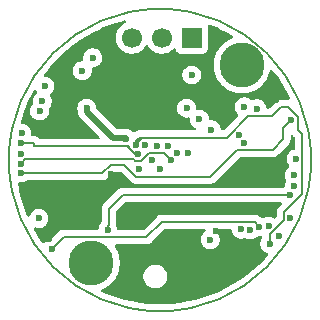
<source format=gbr>
%TF.GenerationSoftware,KiCad,Pcbnew,9.0.4*%
%TF.CreationDate,2025-10-05T00:11:34-04:00*%
%TF.ProjectId,bldc motor controller,626c6463-206d-46f7-946f-7220636f6e74,rev?*%
%TF.SameCoordinates,Original*%
%TF.FileFunction,Copper,L3,Inr*%
%TF.FilePolarity,Positive*%
%FSLAX46Y46*%
G04 Gerber Fmt 4.6, Leading zero omitted, Abs format (unit mm)*
G04 Created by KiCad (PCBNEW 9.0.4) date 2025-10-05 00:11:34*
%MOMM*%
%LPD*%
G01*
G04 APERTURE LIST*
%TA.AperFunction,NonConductor*%
%ADD10C,0.200000*%
%TD*%
%TA.AperFunction,ComponentPad*%
%ADD11C,1.700000*%
%TD*%
%TA.AperFunction,ComponentPad*%
%ADD12R,1.700000X1.700000*%
%TD*%
%TA.AperFunction,ComponentPad*%
%ADD13C,3.800000*%
%TD*%
%TA.AperFunction,ViaPad*%
%ADD14C,0.600000*%
%TD*%
%TA.AperFunction,Conductor*%
%ADD15C,0.200000*%
%TD*%
%TA.AperFunction,Conductor*%
%ADD16C,0.500000*%
%TD*%
G04 APERTURE END LIST*
D10*
X155099707Y-87900000D02*
G75*
G02*
X129500293Y-87900000I-12799707J0D01*
G01*
X129500293Y-87900000D02*
G75*
G02*
X155099707Y-87900000I12799707J0D01*
G01*
D11*
%TO.N,PHASE-C*%
%TO.C,U8*%
X139910000Y-77550000D03*
%TO.N,PHASE-B*%
X142450000Y-77550000D03*
D12*
%TO.N,PHASE-A*%
X144990000Y-77550000D03*
%TD*%
D13*
%TO.N,N/C*%
%TO.C,REF\u002A\u002A*%
X149250000Y-79850000D03*
%TD*%
%TO.N,N/C*%
%TO.C,REF\u002A\u002A*%
X136500000Y-96600000D03*
%TD*%
D14*
%TO.N,TI_AGND*%
X147052917Y-93897083D03*
X139550000Y-92650000D03*
%TO.N,SOB*%
X137874000Y-93851000D03*
%TO.N,TIM1_CH3N*%
X153412018Y-84537980D03*
%TO.N,TI_VREF*%
X145000062Y-80700062D03*
%TO.N,I-LIMIT*%
X135726910Y-80350000D03*
%TO.N,SCL1*%
X144550000Y-83500000D03*
%TO.N,TI_FAULT*%
X153818419Y-87800000D03*
%TO.N,CAN_RX*%
X144634828Y-87343799D03*
%TO.N,CAN_TX*%
X143770762Y-87328263D03*
%TO.N,SCL1*%
X149010487Y-85781545D03*
%TO.N,TIM1_CH1N*%
X149952231Y-93817943D03*
%TO.N,SOC*%
X150705514Y-93540000D03*
%TO.N,MOSI1*%
X149450000Y-86450000D03*
%TO.N,UART_TX*%
X153300000Y-92800000D03*
%TO.N,SOA*%
X153678553Y-90127028D03*
%TO.N,TI_VREF*%
X146552917Y-94650000D03*
%TO.N,SCK1*%
X151505374Y-93525002D03*
%TO.N,TI_AGND*%
X152150000Y-82850000D03*
%TO.N,UART_TX*%
X146634998Y-85334785D03*
%TO.N,UART_RX*%
X145640287Y-84443115D03*
X152373265Y-94355583D03*
%TO.N,NSS1*%
X151600000Y-95000000D03*
%TO.N,Reset*%
X153649369Y-89199928D03*
%TO.N,SOB*%
X153328641Y-90846446D03*
%TO.N,TIM1_CH2N*%
X149155514Y-93745514D03*
%TO.N,TI_AGND*%
X148715544Y-96357772D03*
X143037103Y-83361483D03*
%TO.N,+BATT*%
X136100000Y-83536217D03*
%TO.N,SOC*%
X133150000Y-95400000D03*
%TO.N,+BATT*%
X139450000Y-86089416D03*
%TO.N,I-LIMIT*%
X141624555Y-87926974D03*
%TO.N,TI_AVDD*%
X140550001Y-88702000D03*
%TO.N,TIM1_CH2*%
X140469778Y-87369221D03*
%TO.N,TI_VREF*%
X132049000Y-92850000D03*
%TO.N,TI_AGND*%
X132900000Y-94600000D03*
%TO.N,TIM1_CH3*%
X143200000Y-87900000D03*
%TO.N,TI_AVDD*%
X132325680Y-82924320D03*
%TO.N,TIM1_CH1*%
X142301000Y-88700000D03*
X132100000Y-83749750D03*
%TO.N,TI_AGND*%
X138156663Y-89114877D03*
%TO.N,TIM1_CH3N*%
X130549750Y-89000000D03*
%TO.N,TIM1_CH1N*%
X130599750Y-85650000D03*
%TO.N,TIM1_CH3*%
X130549750Y-88200000D03*
%TO.N,TIM1_CH2*%
X130549750Y-86500000D03*
%TO.N,SCK1*%
X141050000Y-86600000D03*
%TO.N,MISO1*%
X142050000Y-86725974D03*
%TO.N,MOSI1*%
X143000000Y-86700000D03*
%TO.N,TI_FAULT*%
X132560290Y-81654050D03*
%TO.N,TIM1_CH2N*%
X130549750Y-87350000D03*
%TO.N,NSS1*%
X140249997Y-86600000D03*
%TO.N,BOOT0*%
X150500000Y-83550000D03*
%TO.N,MISO1*%
X149450000Y-83400000D03*
%TO.N,TI_AGND*%
X136600000Y-78000000D03*
%TO.N,TI_AVDD*%
X136600000Y-79249000D03*
%TD*%
D15*
%TO.N,NSS1*%
X152799000Y-92301000D02*
X154319419Y-90780581D01*
X154319419Y-90780581D02*
X154319419Y-85719419D01*
X154319419Y-85719419D02*
X153950000Y-85350000D01*
X153950000Y-84227432D02*
X153110255Y-83387688D01*
X153110255Y-83387688D02*
X152562312Y-83387688D01*
X152562312Y-83387688D02*
X151799000Y-84151000D01*
X151799000Y-84151000D02*
X149791089Y-84151000D01*
X153950000Y-85350000D02*
X153950000Y-84227432D01*
X149791089Y-84151000D02*
X147943089Y-85999000D01*
X147943089Y-85999000D02*
X140801057Y-85999000D01*
X140801057Y-85999000D02*
X140249997Y-86550060D01*
X140249997Y-86550060D02*
X140249997Y-86600000D01*
%TO.N,TI_AGND*%
X147052917Y-93897083D02*
X148715544Y-95559710D01*
X148715544Y-95559710D02*
X148715544Y-96357772D01*
%TO.N,SOB*%
X137874000Y-93851000D02*
X137874000Y-93436000D01*
X137950000Y-93360000D02*
X137950000Y-92037315D01*
X137874000Y-93436000D02*
X137950000Y-93360000D01*
X137950000Y-92037315D02*
X139140869Y-90846446D01*
X139140869Y-90846446D02*
X153328641Y-90846446D01*
%TO.N,TIM1_CH3N*%
X148799000Y-87051000D02*
X146547000Y-89303000D01*
X152750000Y-86150000D02*
X151849000Y-87051000D01*
X139281301Y-88283243D02*
X138138354Y-88283243D01*
X137421597Y-89000000D02*
X130549750Y-89000000D01*
X153412018Y-84537980D02*
X152750000Y-85199998D01*
X152750000Y-85199998D02*
X152750000Y-86150000D01*
X146547000Y-89303000D02*
X140301058Y-89303000D01*
X151849000Y-87051000D02*
X148799000Y-87051000D01*
X140301058Y-89303000D02*
X139281301Y-88283243D01*
X138138354Y-88283243D02*
X137421597Y-89000000D01*
D16*
%TO.N,+BATT*%
X139450000Y-86089416D02*
X139450000Y-86066827D01*
X139450000Y-86066827D02*
X139383173Y-86000000D01*
X138300000Y-86000000D02*
X136100000Y-83800000D01*
X139383173Y-86000000D02*
X138300000Y-86000000D01*
X136100000Y-83800000D02*
X136100000Y-83536217D01*
D15*
%TO.N,TIM1_CH3*%
X141375612Y-87325974D02*
X140731365Y-87970221D01*
X130901750Y-87848000D02*
X130549750Y-88200000D01*
X142625974Y-87325974D02*
X141375612Y-87325974D01*
X140220835Y-87970221D02*
X140098614Y-87848000D01*
X143200000Y-87900000D02*
X142625974Y-87325974D01*
X140731365Y-87970221D02*
X140220835Y-87970221D01*
X140098614Y-87848000D02*
X130901750Y-87848000D01*
%TO.N,TIM1_CH2*%
X140469778Y-87369221D02*
X140169275Y-87369221D01*
X140169275Y-87369221D02*
X139600557Y-86800503D01*
X139600557Y-86800503D02*
X139600557Y-86750000D01*
X139648997Y-86798440D02*
X139600557Y-86750000D01*
X139600557Y-86750000D02*
X131650750Y-86750000D01*
X131650750Y-86750000D02*
X131650750Y-86500000D01*
X131650750Y-86500000D02*
X130549750Y-86500000D01*
%TO.N,NSS1*%
X141950943Y-85999000D02*
X140551057Y-85999000D01*
X140249997Y-86300060D02*
X140249997Y-86600000D01*
X140551057Y-85999000D02*
X140249997Y-86300060D01*
%TO.N,SOC*%
X137159057Y-94399000D02*
X137211057Y-94451000D01*
X137211057Y-94451000D02*
X141131900Y-94451000D01*
X134151000Y-94399000D02*
X137159057Y-94399000D01*
X141131900Y-94451000D02*
X142438386Y-93144514D01*
X133150000Y-95400000D02*
X134151000Y-94399000D01*
X142438386Y-93144514D02*
X150310028Y-93144514D01*
X150310028Y-93144514D02*
X150705514Y-93540000D01*
%TO.N,NSS1*%
X151600000Y-95000000D02*
X151600000Y-94138897D01*
X151600000Y-94138897D02*
X152799000Y-92939897D01*
X152799000Y-92939897D02*
X152799000Y-92301000D01*
%TD*%
%TA.AperFunction,Conductor*%
%TO.N,TI_AGND*%
G36*
X146124727Y-93764699D02*
G01*
X146170482Y-93817503D01*
X146180426Y-93886661D01*
X146151401Y-93950217D01*
X146126579Y-93972116D01*
X146042628Y-94028210D01*
X146042624Y-94028213D01*
X145931130Y-94139707D01*
X145931127Y-94139711D01*
X145843526Y-94270814D01*
X145843519Y-94270827D01*
X145783181Y-94416498D01*
X145783178Y-94416510D01*
X145752417Y-94571153D01*
X145752417Y-94728846D01*
X145783178Y-94883489D01*
X145783181Y-94883501D01*
X145843519Y-95029172D01*
X145843526Y-95029185D01*
X145931127Y-95160288D01*
X145931130Y-95160292D01*
X146042624Y-95271786D01*
X146042628Y-95271789D01*
X146173731Y-95359390D01*
X146173744Y-95359397D01*
X146307163Y-95414660D01*
X146319420Y-95419737D01*
X146406232Y-95437005D01*
X146474070Y-95450499D01*
X146474073Y-95450500D01*
X146474075Y-95450500D01*
X146631761Y-95450500D01*
X146631762Y-95450499D01*
X146786414Y-95419737D01*
X146932096Y-95359394D01*
X147063206Y-95271789D01*
X147174706Y-95160289D01*
X147262311Y-95029179D01*
X147322654Y-94883497D01*
X147353417Y-94728842D01*
X147353417Y-94571158D01*
X147353417Y-94571155D01*
X147353416Y-94571153D01*
X147352277Y-94565425D01*
X147322654Y-94416503D01*
X147302274Y-94367300D01*
X147262314Y-94270827D01*
X147262307Y-94270814D01*
X147174706Y-94139711D01*
X147174703Y-94139707D01*
X147063209Y-94028213D01*
X147063205Y-94028210D01*
X146979255Y-93972116D01*
X146934450Y-93918504D01*
X146925743Y-93849179D01*
X146955898Y-93786151D01*
X147015341Y-93749432D01*
X147048146Y-93745014D01*
X148237468Y-93745014D01*
X148304507Y-93764699D01*
X148350262Y-93817503D01*
X148359085Y-93844823D01*
X148385775Y-93979003D01*
X148385778Y-93979015D01*
X148446116Y-94124686D01*
X148446123Y-94124699D01*
X148533724Y-94255802D01*
X148533727Y-94255806D01*
X148645221Y-94367300D01*
X148645225Y-94367303D01*
X148776328Y-94454904D01*
X148776341Y-94454911D01*
X148920293Y-94514537D01*
X148922017Y-94515251D01*
X149076667Y-94546013D01*
X149076670Y-94546014D01*
X149076672Y-94546014D01*
X149234358Y-94546014D01*
X149234359Y-94546013D01*
X149389011Y-94515251D01*
X149430221Y-94498180D01*
X149499688Y-94490711D01*
X149546566Y-94509640D01*
X149573043Y-94527332D01*
X149573058Y-94527340D01*
X149678846Y-94571158D01*
X149718734Y-94587680D01*
X149873384Y-94618442D01*
X149873387Y-94618443D01*
X149873389Y-94618443D01*
X150031075Y-94618443D01*
X150031076Y-94618442D01*
X150185728Y-94587680D01*
X150331410Y-94527337D01*
X150462520Y-94439732D01*
X150526104Y-94376147D01*
X150587424Y-94342664D01*
X150608278Y-94339952D01*
X150621061Y-94339383D01*
X150626672Y-94340500D01*
X150784356Y-94340500D01*
X150838556Y-94329718D01*
X150847982Y-94329300D01*
X150873113Y-94335481D01*
X150898886Y-94337788D01*
X150906484Y-94343690D01*
X150915829Y-94345989D01*
X150933626Y-94364774D01*
X150954064Y-94380650D01*
X150957265Y-94389725D01*
X150963883Y-94396710D01*
X150968698Y-94422130D01*
X150977309Y-94446540D01*
X150975096Y-94455904D01*
X150976887Y-94465359D01*
X150967193Y-94489349D01*
X150961242Y-94514537D01*
X150956589Y-94522069D01*
X150890609Y-94620814D01*
X150890602Y-94620827D01*
X150830264Y-94766498D01*
X150830261Y-94766510D01*
X150799500Y-94921153D01*
X150799500Y-95078846D01*
X150830261Y-95233489D01*
X150830264Y-95233501D01*
X150890602Y-95379172D01*
X150890609Y-95379185D01*
X150978210Y-95510288D01*
X150978213Y-95510292D01*
X151089707Y-95621786D01*
X151089711Y-95621789D01*
X151220814Y-95709390D01*
X151220827Y-95709397D01*
X151366498Y-95769735D01*
X151366503Y-95769737D01*
X151369995Y-95770431D01*
X151371654Y-95771299D01*
X151372335Y-95771506D01*
X151372295Y-95771635D01*
X151431905Y-95802816D01*
X151466480Y-95863531D01*
X151462741Y-95933301D01*
X151438264Y-95974676D01*
X151166990Y-96278232D01*
X151162211Y-96283286D01*
X150683286Y-96762211D01*
X150678232Y-96766990D01*
X150173178Y-97218334D01*
X150167864Y-97222821D01*
X149638314Y-97645123D01*
X149632756Y-97649306D01*
X149080352Y-98041257D01*
X149074569Y-98045121D01*
X148501061Y-98405479D01*
X148495070Y-98409013D01*
X147902257Y-98736650D01*
X147896078Y-98739842D01*
X147285830Y-99033722D01*
X147279481Y-99036563D01*
X146653723Y-99295760D01*
X146647225Y-99298240D01*
X146007895Y-99521952D01*
X146001268Y-99524065D01*
X145350412Y-99711573D01*
X145343677Y-99713310D01*
X144683339Y-99864028D01*
X144676517Y-99865385D01*
X144008755Y-99978843D01*
X144001867Y-99979815D01*
X143328813Y-100055649D01*
X143321883Y-100056234D01*
X142645614Y-100094213D01*
X142638661Y-100094408D01*
X141961339Y-100094408D01*
X141954386Y-100094213D01*
X141278116Y-100056234D01*
X141271186Y-100055649D01*
X140598132Y-99979815D01*
X140591244Y-99978843D01*
X139923482Y-99865385D01*
X139916660Y-99864028D01*
X139256322Y-99713310D01*
X139249587Y-99711573D01*
X138598731Y-99524065D01*
X138592104Y-99521952D01*
X137952774Y-99298240D01*
X137946276Y-99295760D01*
X137384472Y-99063054D01*
X137330069Y-99019213D01*
X137308004Y-98952919D01*
X137325283Y-98885220D01*
X137376420Y-98837609D01*
X137390958Y-98831456D01*
X137420079Y-98821267D01*
X137662997Y-98704284D01*
X137891289Y-98560838D01*
X138102085Y-98392734D01*
X138292734Y-98202085D01*
X138460838Y-97991289D01*
X138550532Y-97848543D01*
X140899499Y-97848543D01*
X140937947Y-98041829D01*
X140937950Y-98041839D01*
X141013364Y-98223907D01*
X141013371Y-98223920D01*
X141122860Y-98387781D01*
X141122863Y-98387785D01*
X141262214Y-98527136D01*
X141262218Y-98527139D01*
X141426079Y-98636628D01*
X141426092Y-98636635D01*
X141589416Y-98704285D01*
X141608165Y-98712051D01*
X141608169Y-98712051D01*
X141608170Y-98712052D01*
X141801456Y-98750500D01*
X141801459Y-98750500D01*
X141998543Y-98750500D01*
X142128582Y-98724632D01*
X142191835Y-98712051D01*
X142373914Y-98636632D01*
X142537782Y-98527139D01*
X142677139Y-98387782D01*
X142786632Y-98223914D01*
X142862051Y-98041835D01*
X142900500Y-97848541D01*
X142900500Y-97651459D01*
X142900500Y-97651456D01*
X142862052Y-97458170D01*
X142862051Y-97458169D01*
X142862051Y-97458165D01*
X142795012Y-97296317D01*
X142786635Y-97276092D01*
X142786628Y-97276079D01*
X142677139Y-97112218D01*
X142677136Y-97112214D01*
X142537785Y-96972863D01*
X142537781Y-96972860D01*
X142373920Y-96863371D01*
X142373907Y-96863364D01*
X142191839Y-96787950D01*
X142191829Y-96787947D01*
X141998543Y-96749500D01*
X141998541Y-96749500D01*
X141801459Y-96749500D01*
X141801457Y-96749500D01*
X141608170Y-96787947D01*
X141608160Y-96787950D01*
X141426092Y-96863364D01*
X141426079Y-96863371D01*
X141262218Y-96972860D01*
X141262214Y-96972863D01*
X141122863Y-97112214D01*
X141122860Y-97112218D01*
X141013371Y-97276079D01*
X141013364Y-97276092D01*
X140937950Y-97458160D01*
X140937947Y-97458170D01*
X140899500Y-97651456D01*
X140899500Y-97651459D01*
X140899500Y-97848541D01*
X140899500Y-97848543D01*
X140899499Y-97848543D01*
X138550532Y-97848543D01*
X138604284Y-97762997D01*
X138721267Y-97520079D01*
X138810316Y-97265591D01*
X138870312Y-97002732D01*
X138900500Y-96734809D01*
X138900500Y-96465191D01*
X138870312Y-96197268D01*
X138810316Y-95934409D01*
X138721267Y-95679921D01*
X138604284Y-95437003D01*
X138481422Y-95241471D01*
X138462423Y-95174236D01*
X138482791Y-95107400D01*
X138536058Y-95062186D01*
X138586417Y-95051500D01*
X141045231Y-95051500D01*
X141045247Y-95051501D01*
X141052843Y-95051501D01*
X141210954Y-95051501D01*
X141210957Y-95051501D01*
X141363685Y-95010577D01*
X141453751Y-94958577D01*
X141500616Y-94931520D01*
X141612420Y-94819716D01*
X141612420Y-94819714D01*
X141622624Y-94809511D01*
X141622627Y-94809506D01*
X142650802Y-93781333D01*
X142712125Y-93747848D01*
X142738483Y-93745014D01*
X146057688Y-93745014D01*
X146124727Y-93764699D01*
G37*
%TD.AperFunction*%
%TA.AperFunction,Conductor*%
G36*
X153555703Y-85805385D02*
G01*
X153562181Y-85811417D01*
X153588349Y-85837585D01*
X153588355Y-85837590D01*
X153682600Y-85931835D01*
X153716085Y-85993158D01*
X153718919Y-86019516D01*
X153718919Y-86901845D01*
X153699234Y-86968884D01*
X153646430Y-87014639D01*
X153619110Y-87023462D01*
X153584929Y-87030261D01*
X153584917Y-87030264D01*
X153439246Y-87090602D01*
X153439233Y-87090609D01*
X153308130Y-87178210D01*
X153308126Y-87178213D01*
X153196632Y-87289707D01*
X153196629Y-87289711D01*
X153109028Y-87420814D01*
X153109021Y-87420827D01*
X153048683Y-87566498D01*
X153048680Y-87566510D01*
X153017919Y-87721153D01*
X153017919Y-87878846D01*
X153048680Y-88033489D01*
X153048683Y-88033501D01*
X153109021Y-88179172D01*
X153109028Y-88179185D01*
X153196629Y-88310288D01*
X153196632Y-88310292D01*
X153227302Y-88340962D01*
X153260787Y-88402285D01*
X153255803Y-88471977D01*
X153213931Y-88527910D01*
X153208512Y-88531745D01*
X153139080Y-88578138D01*
X153139076Y-88578141D01*
X153027582Y-88689635D01*
X153027579Y-88689639D01*
X152939978Y-88820742D01*
X152939971Y-88820755D01*
X152879633Y-88966426D01*
X152879630Y-88966438D01*
X152848869Y-89121081D01*
X152848869Y-89278774D01*
X152879630Y-89433417D01*
X152879633Y-89433429D01*
X152939971Y-89579099D01*
X152939977Y-89579110D01*
X152965007Y-89616570D01*
X152985884Y-89683247D01*
X152971266Y-89743906D01*
X152969159Y-89747848D01*
X152908817Y-89893526D01*
X152908814Y-89893538D01*
X152878053Y-90048181D01*
X152878053Y-90118486D01*
X152875816Y-90126100D01*
X152877087Y-90133937D01*
X152866112Y-90159149D01*
X152858368Y-90185525D01*
X152851659Y-90192354D01*
X152849202Y-90198001D01*
X152822946Y-90221587D01*
X152817768Y-90225047D01*
X152751091Y-90245926D01*
X152748875Y-90245946D01*
X139219926Y-90245946D01*
X139061812Y-90245946D01*
X138909084Y-90286869D01*
X138909083Y-90286869D01*
X138909081Y-90286870D01*
X138909078Y-90286871D01*
X138858965Y-90315805D01*
X138858964Y-90315806D01*
X138815558Y-90340866D01*
X138772154Y-90365925D01*
X138772151Y-90365927D01*
X137469481Y-91668597D01*
X137469479Y-91668600D01*
X137419361Y-91755409D01*
X137419359Y-91755411D01*
X137390425Y-91805524D01*
X137390424Y-91805525D01*
X137386417Y-91820480D01*
X137349499Y-91958258D01*
X137349499Y-91958260D01*
X137349499Y-92126361D01*
X137349500Y-92126374D01*
X137349500Y-93110234D01*
X137341541Y-93153942D01*
X137337961Y-93163445D01*
X137314423Y-93204215D01*
X137294252Y-93279488D01*
X137292098Y-93285209D01*
X137279394Y-93302064D01*
X137263741Y-93329179D01*
X137252217Y-93340703D01*
X137252212Y-93340709D01*
X137164609Y-93471815D01*
X137164602Y-93471827D01*
X137104264Y-93617498D01*
X137104261Y-93617510D01*
X137088113Y-93698691D01*
X137055728Y-93760602D01*
X136995012Y-93795177D01*
X136966496Y-93798500D01*
X134237670Y-93798500D01*
X134237654Y-93798499D01*
X134230058Y-93798499D01*
X134071943Y-93798499D01*
X134012661Y-93814384D01*
X133919214Y-93839423D01*
X133919209Y-93839426D01*
X133782290Y-93918475D01*
X133782282Y-93918481D01*
X133135339Y-94565425D01*
X133074016Y-94598910D01*
X133071850Y-94599361D01*
X132916508Y-94630261D01*
X132916498Y-94630264D01*
X132770827Y-94690602D01*
X132770814Y-94690609D01*
X132639711Y-94778210D01*
X132639707Y-94778213D01*
X132528213Y-94889707D01*
X132528206Y-94889716D01*
X132521100Y-94900351D01*
X132467487Y-94945155D01*
X132398162Y-94953861D01*
X132335135Y-94923704D01*
X132316870Y-94903213D01*
X132314839Y-94900351D01*
X132158738Y-94680346D01*
X132154878Y-94674569D01*
X132127039Y-94630264D01*
X132007322Y-94439735D01*
X131794520Y-94101061D01*
X131790986Y-94095070D01*
X131641367Y-93824356D01*
X131614417Y-93775594D01*
X131599218Y-93707400D01*
X131623301Y-93641812D01*
X131679020Y-93599656D01*
X131748686Y-93594316D01*
X131770394Y-93601052D01*
X131815503Y-93619737D01*
X131926481Y-93641812D01*
X131970153Y-93650499D01*
X131970156Y-93650500D01*
X131970158Y-93650500D01*
X132127844Y-93650500D01*
X132127845Y-93650499D01*
X132282497Y-93619737D01*
X132428179Y-93559394D01*
X132559289Y-93471789D01*
X132670789Y-93360289D01*
X132758394Y-93229179D01*
X132818737Y-93083497D01*
X132849500Y-92928842D01*
X132849500Y-92771158D01*
X132849500Y-92771155D01*
X132849499Y-92771153D01*
X132836706Y-92706838D01*
X132818737Y-92616503D01*
X132805662Y-92584937D01*
X132758397Y-92470827D01*
X132758390Y-92470814D01*
X132670789Y-92339711D01*
X132670786Y-92339707D01*
X132559292Y-92228213D01*
X132559288Y-92228210D01*
X132428185Y-92140609D01*
X132428172Y-92140602D01*
X132282501Y-92080264D01*
X132282489Y-92080261D01*
X132127845Y-92049500D01*
X132127842Y-92049500D01*
X131970158Y-92049500D01*
X131970155Y-92049500D01*
X131815510Y-92080261D01*
X131815498Y-92080264D01*
X131669827Y-92140602D01*
X131669814Y-92140609D01*
X131538711Y-92228210D01*
X131538707Y-92228213D01*
X131427213Y-92339707D01*
X131427210Y-92339711D01*
X131339609Y-92470814D01*
X131339604Y-92470823D01*
X131281446Y-92611232D01*
X131237605Y-92665635D01*
X131171311Y-92687700D01*
X131103612Y-92670421D01*
X131056001Y-92619284D01*
X131052324Y-92611232D01*
X130904239Y-92253723D01*
X130901759Y-92247225D01*
X130678047Y-91607895D01*
X130675941Y-91601292D01*
X130488422Y-90950399D01*
X130486689Y-90943677D01*
X130343381Y-90315806D01*
X130335969Y-90283332D01*
X130334614Y-90276517D01*
X130329420Y-90245946D01*
X130276300Y-89933305D01*
X130284477Y-89863917D01*
X130328871Y-89809964D01*
X130395386Y-89788576D01*
X130422740Y-89790919D01*
X130470905Y-89800500D01*
X130470908Y-89800500D01*
X130628594Y-89800500D01*
X130628595Y-89800499D01*
X130783247Y-89769737D01*
X130928929Y-89709394D01*
X130991800Y-89667385D01*
X131060625Y-89621398D01*
X131127303Y-89600520D01*
X131129516Y-89600500D01*
X137334928Y-89600500D01*
X137334944Y-89600501D01*
X137342540Y-89600501D01*
X137500651Y-89600501D01*
X137500654Y-89600501D01*
X137653382Y-89559577D01*
X137703501Y-89530639D01*
X137790313Y-89480520D01*
X137902117Y-89368716D01*
X137902117Y-89368714D01*
X137912325Y-89358507D01*
X137912326Y-89358504D01*
X138350770Y-88920062D01*
X138412093Y-88886577D01*
X138438451Y-88883743D01*
X138981204Y-88883743D01*
X139048243Y-88903428D01*
X139068885Y-88920062D01*
X139816197Y-89667374D01*
X139816207Y-89667385D01*
X139820537Y-89671715D01*
X139820538Y-89671716D01*
X139932342Y-89783520D01*
X139998502Y-89821717D01*
X140069273Y-89862577D01*
X140222001Y-89903500D01*
X140380115Y-89903500D01*
X146460331Y-89903500D01*
X146460347Y-89903501D01*
X146467943Y-89903501D01*
X146626054Y-89903501D01*
X146626057Y-89903501D01*
X146778785Y-89862577D01*
X146849556Y-89821717D01*
X146915716Y-89783520D01*
X147027520Y-89671716D01*
X147027520Y-89671714D01*
X147037724Y-89661511D01*
X147037727Y-89661506D01*
X149011416Y-87687819D01*
X149072739Y-87654334D01*
X149099097Y-87651500D01*
X151762331Y-87651500D01*
X151762347Y-87651501D01*
X151769943Y-87651501D01*
X151928054Y-87651501D01*
X151928057Y-87651501D01*
X152080785Y-87610577D01*
X152138429Y-87577296D01*
X152217716Y-87531520D01*
X152329520Y-87419716D01*
X152329520Y-87419714D01*
X152339724Y-87409511D01*
X152339728Y-87409506D01*
X153108506Y-86640728D01*
X153108511Y-86640724D01*
X153118714Y-86630520D01*
X153118716Y-86630520D01*
X153230520Y-86518716D01*
X153309577Y-86381784D01*
X153350037Y-86230785D01*
X153350043Y-86230786D01*
X153350043Y-86230759D01*
X153350500Y-86229058D01*
X153350500Y-86070943D01*
X153350500Y-85899098D01*
X153370185Y-85832059D01*
X153422989Y-85786304D01*
X153492147Y-85776360D01*
X153555703Y-85805385D01*
G37*
%TD.AperFunction*%
%TA.AperFunction,Conductor*%
G36*
X152571495Y-91466631D02*
G01*
X152617250Y-91519435D01*
X152627194Y-91588593D01*
X152598169Y-91652149D01*
X152592137Y-91658627D01*
X152318481Y-91932282D01*
X152318480Y-91932284D01*
X152279673Y-91999500D01*
X152239423Y-92069215D01*
X152198499Y-92221943D01*
X152198499Y-92221945D01*
X152198499Y-92390046D01*
X152198500Y-92390059D01*
X152198500Y-92639799D01*
X152178815Y-92706838D01*
X152162181Y-92727481D01*
X152070108Y-92819553D01*
X152008784Y-92853037D01*
X151939093Y-92848053D01*
X151913537Y-92834973D01*
X151884564Y-92815614D01*
X151884546Y-92815604D01*
X151738875Y-92755266D01*
X151738863Y-92755263D01*
X151584219Y-92724502D01*
X151584216Y-92724502D01*
X151426532Y-92724502D01*
X151426529Y-92724502D01*
X151271884Y-92755263D01*
X151271872Y-92755266D01*
X151134792Y-92812046D01*
X151065322Y-92819515D01*
X151039889Y-92812047D01*
X150975945Y-92785561D01*
X150939011Y-92770263D01*
X150939009Y-92770262D01*
X150939005Y-92770261D01*
X150783665Y-92739362D01*
X150736784Y-92719355D01*
X150727869Y-92713119D01*
X150678744Y-92663994D01*
X150562519Y-92596892D01*
X150557855Y-92594199D01*
X150557852Y-92594197D01*
X150541814Y-92584937D01*
X150503631Y-92574706D01*
X150389085Y-92544013D01*
X150230971Y-92544013D01*
X150223375Y-92544013D01*
X150223359Y-92544014D01*
X142359328Y-92544014D01*
X142206600Y-92584937D01*
X142185897Y-92596891D01*
X142185894Y-92596892D01*
X142069676Y-92663989D01*
X142069668Y-92663995D01*
X142009162Y-92724502D01*
X141957866Y-92775798D01*
X141957864Y-92775800D01*
X141427976Y-93305689D01*
X140919484Y-93814181D01*
X140858161Y-93847666D01*
X140831803Y-93850500D01*
X138791848Y-93850500D01*
X138724809Y-93830815D01*
X138679054Y-93778011D01*
X138670231Y-93750692D01*
X138643738Y-93617508D01*
X138643737Y-93617507D01*
X138643737Y-93617503D01*
X138583394Y-93471821D01*
X138583371Y-93471786D01*
X138571397Y-93453865D01*
X138550520Y-93387188D01*
X138550500Y-93384976D01*
X138550500Y-92337412D01*
X138570185Y-92270373D01*
X138586819Y-92249731D01*
X139353285Y-91483265D01*
X139414608Y-91449780D01*
X139440966Y-91446946D01*
X152504456Y-91446946D01*
X152571495Y-91466631D01*
G37*
%TD.AperFunction*%
%TA.AperFunction,Conductor*%
G36*
X139349369Y-76085644D02*
G01*
X139405726Y-76126944D01*
X139430809Y-76192156D01*
X139416653Y-76260577D01*
X139367753Y-76310482D01*
X139363516Y-76312746D01*
X139202180Y-76394951D01*
X139030213Y-76519890D01*
X138879890Y-76670213D01*
X138754951Y-76842179D01*
X138658444Y-77031585D01*
X138592753Y-77233760D01*
X138584533Y-77285662D01*
X138559500Y-77443713D01*
X138559500Y-77656287D01*
X138592754Y-77866243D01*
X138654821Y-78057266D01*
X138658444Y-78068414D01*
X138754951Y-78257820D01*
X138879890Y-78429786D01*
X139030213Y-78580109D01*
X139202179Y-78705048D01*
X139202181Y-78705049D01*
X139202184Y-78705051D01*
X139391588Y-78801557D01*
X139593757Y-78867246D01*
X139803713Y-78900500D01*
X139803714Y-78900500D01*
X140016286Y-78900500D01*
X140016287Y-78900500D01*
X140226243Y-78867246D01*
X140428412Y-78801557D01*
X140617816Y-78705051D01*
X140704138Y-78642335D01*
X140789786Y-78580109D01*
X140789788Y-78580106D01*
X140789792Y-78580104D01*
X140940104Y-78429792D01*
X140940106Y-78429788D01*
X140940109Y-78429786D01*
X141065048Y-78257820D01*
X141065047Y-78257820D01*
X141065051Y-78257816D01*
X141069514Y-78249054D01*
X141117488Y-78198259D01*
X141185308Y-78181463D01*
X141251444Y-78203999D01*
X141290486Y-78249056D01*
X141294951Y-78257820D01*
X141419890Y-78429786D01*
X141570213Y-78580109D01*
X141742179Y-78705048D01*
X141742181Y-78705049D01*
X141742184Y-78705051D01*
X141931588Y-78801557D01*
X142133757Y-78867246D01*
X142343713Y-78900500D01*
X142343714Y-78900500D01*
X142556286Y-78900500D01*
X142556287Y-78900500D01*
X142766243Y-78867246D01*
X142968412Y-78801557D01*
X143157816Y-78705051D01*
X143264956Y-78627210D01*
X143329784Y-78580110D01*
X143329784Y-78580109D01*
X143329792Y-78580104D01*
X143443329Y-78466566D01*
X143504648Y-78433084D01*
X143574340Y-78438068D01*
X143630274Y-78479939D01*
X143647189Y-78510917D01*
X143696202Y-78642328D01*
X143696206Y-78642335D01*
X143782452Y-78757544D01*
X143782455Y-78757547D01*
X143897664Y-78843793D01*
X143897671Y-78843797D01*
X144032517Y-78894091D01*
X144032516Y-78894091D01*
X144039444Y-78894835D01*
X144092127Y-78900500D01*
X145887872Y-78900499D01*
X145947483Y-78894091D01*
X146082331Y-78843796D01*
X146197546Y-78757546D01*
X146283796Y-78642331D01*
X146334091Y-78507483D01*
X146340500Y-78447873D01*
X146340499Y-76652128D01*
X146334091Y-76592517D01*
X146333262Y-76584804D01*
X146334659Y-76584653D01*
X146331750Y-76577315D01*
X146336868Y-76551236D01*
X146338291Y-76524695D01*
X146343493Y-76517481D01*
X146345206Y-76508753D01*
X146363613Y-76489579D01*
X146379158Y-76468023D01*
X146387435Y-76464766D01*
X146393594Y-76458351D01*
X146419440Y-76452173D01*
X146444176Y-76442441D01*
X146454691Y-76443748D01*
X146461549Y-76442109D01*
X146496182Y-76448905D01*
X146612419Y-76489579D01*
X146647225Y-76501758D01*
X146653722Y-76504238D01*
X147279490Y-76763440D01*
X147285822Y-76766273D01*
X147896086Y-77060161D01*
X147902249Y-77063345D01*
X148451914Y-77367134D01*
X148501067Y-77416791D01*
X148515570Y-77485139D01*
X148490820Y-77550478D01*
X148434673Y-77592063D01*
X148432888Y-77592703D01*
X148329917Y-77628734D01*
X148087005Y-77745714D01*
X147858712Y-77889161D01*
X147647915Y-78057265D01*
X147457265Y-78247915D01*
X147289161Y-78458712D01*
X147145714Y-78687005D01*
X147028734Y-78929917D01*
X146939687Y-79184397D01*
X146939684Y-79184405D01*
X146879688Y-79447268D01*
X146879686Y-79447280D01*
X146849500Y-79715186D01*
X146849500Y-79984813D01*
X146879686Y-80252719D01*
X146879687Y-80252728D01*
X146879688Y-80252732D01*
X146883893Y-80271155D01*
X146939684Y-80515594D01*
X146939687Y-80515602D01*
X147028734Y-80770082D01*
X147145714Y-81012994D01*
X147145716Y-81012997D01*
X147289162Y-81241289D01*
X147457266Y-81452085D01*
X147647915Y-81642734D01*
X147858711Y-81810838D01*
X148087003Y-81954284D01*
X148329921Y-82071267D01*
X148495156Y-82129085D01*
X148584397Y-82160312D01*
X148584405Y-82160315D01*
X148584408Y-82160315D01*
X148584409Y-82160316D01*
X148847268Y-82220312D01*
X149115187Y-82250499D01*
X149115188Y-82250500D01*
X149115191Y-82250500D01*
X149384812Y-82250500D01*
X149384812Y-82250499D01*
X149652732Y-82220312D01*
X149915591Y-82160316D01*
X150170079Y-82071267D01*
X150412997Y-81954284D01*
X150641289Y-81810838D01*
X150852085Y-81642734D01*
X151042734Y-81452085D01*
X151210838Y-81241289D01*
X151354284Y-81012997D01*
X151471267Y-80770079D01*
X151560316Y-80515591D01*
X151602719Y-80329808D01*
X151636827Y-80268831D01*
X151698489Y-80235973D01*
X151768126Y-80241668D01*
X151820557Y-80280089D01*
X152045131Y-80561696D01*
X152049297Y-80567232D01*
X152336344Y-80971786D01*
X152441257Y-81119647D01*
X152445121Y-81125430D01*
X152805479Y-81698938D01*
X152809013Y-81704929D01*
X153136654Y-82297749D01*
X153139846Y-82303929D01*
X153286946Y-82609386D01*
X153287159Y-82610681D01*
X153288020Y-82611675D01*
X153292821Y-82645067D01*
X153298298Y-82678327D01*
X153297776Y-82679532D01*
X153297964Y-82680833D01*
X153283951Y-82711517D01*
X153270576Y-82742461D01*
X153269486Y-82743193D01*
X153268940Y-82744389D01*
X153240557Y-82762629D01*
X153212580Y-82781427D01*
X153210907Y-82781684D01*
X153210162Y-82782164D01*
X153175227Y-82787187D01*
X153031197Y-82787188D01*
X152483255Y-82787188D01*
X152330525Y-82828111D01*
X152300447Y-82845478D01*
X152300446Y-82845478D01*
X152193599Y-82907165D01*
X152193594Y-82907169D01*
X152081790Y-83018974D01*
X151586584Y-83514181D01*
X151559656Y-83528884D01*
X151533838Y-83545477D01*
X151527637Y-83546368D01*
X151525261Y-83547666D01*
X151498903Y-83550500D01*
X151418046Y-83550500D01*
X151351007Y-83530815D01*
X151305252Y-83478011D01*
X151296429Y-83450691D01*
X151269738Y-83316510D01*
X151269737Y-83316503D01*
X151264026Y-83302715D01*
X151209397Y-83170827D01*
X151209390Y-83170814D01*
X151121789Y-83039711D01*
X151121786Y-83039707D01*
X151010292Y-82928213D01*
X151010288Y-82928210D01*
X150879185Y-82840609D01*
X150879172Y-82840602D01*
X150733501Y-82780264D01*
X150733489Y-82780261D01*
X150578845Y-82749500D01*
X150578842Y-82749500D01*
X150421158Y-82749500D01*
X150421155Y-82749500D01*
X150266510Y-82780261D01*
X150266498Y-82780264D01*
X150127974Y-82837642D01*
X150058504Y-82845111D01*
X149996025Y-82813835D01*
X149992841Y-82810762D01*
X149960292Y-82778213D01*
X149960288Y-82778210D01*
X149829185Y-82690609D01*
X149829172Y-82690602D01*
X149683501Y-82630264D01*
X149683489Y-82630261D01*
X149528845Y-82599500D01*
X149528842Y-82599500D01*
X149371158Y-82599500D01*
X149371155Y-82599500D01*
X149216510Y-82630261D01*
X149216498Y-82630264D01*
X149070827Y-82690602D01*
X149070814Y-82690609D01*
X148939711Y-82778210D01*
X148939707Y-82778213D01*
X148828213Y-82889707D01*
X148828210Y-82889711D01*
X148740609Y-83020814D01*
X148740602Y-83020827D01*
X148680264Y-83166498D01*
X148680261Y-83166510D01*
X148649500Y-83321153D01*
X148649500Y-83478846D01*
X148680261Y-83633489D01*
X148680264Y-83633501D01*
X148740602Y-83779172D01*
X148740609Y-83779185D01*
X148828210Y-83910288D01*
X148828213Y-83910292D01*
X148917705Y-83999784D01*
X148951190Y-84061107D01*
X148946206Y-84130799D01*
X148917705Y-84175146D01*
X147730673Y-85362181D01*
X147703745Y-85376884D01*
X147677927Y-85393477D01*
X147671726Y-85394368D01*
X147669350Y-85395666D01*
X147642992Y-85398500D01*
X147559498Y-85398500D01*
X147492459Y-85378815D01*
X147446704Y-85326011D01*
X147435498Y-85274500D01*
X147435498Y-85255940D01*
X147435497Y-85255938D01*
X147426992Y-85213181D01*
X147404735Y-85101288D01*
X147404733Y-85101283D01*
X147344395Y-84955612D01*
X147344388Y-84955599D01*
X147256787Y-84824496D01*
X147256784Y-84824492D01*
X147145290Y-84712998D01*
X147145286Y-84712995D01*
X147014183Y-84625394D01*
X147014170Y-84625387D01*
X146868499Y-84565049D01*
X146868487Y-84565046D01*
X146713843Y-84534285D01*
X146713840Y-84534285D01*
X146564787Y-84534285D01*
X146497748Y-84514600D01*
X146451993Y-84461796D01*
X146440787Y-84410285D01*
X146440787Y-84364270D01*
X146440786Y-84364268D01*
X146426857Y-84294243D01*
X146410024Y-84209618D01*
X146410022Y-84209613D01*
X146349684Y-84063942D01*
X146349677Y-84063929D01*
X146262076Y-83932826D01*
X146262073Y-83932822D01*
X146150579Y-83821328D01*
X146150575Y-83821325D01*
X146019472Y-83733724D01*
X146019459Y-83733717D01*
X145873788Y-83673379D01*
X145873776Y-83673376D01*
X145719132Y-83642615D01*
X145719129Y-83642615D01*
X145561445Y-83642615D01*
X145561442Y-83642615D01*
X145498691Y-83655097D01*
X145429100Y-83648870D01*
X145373922Y-83606007D01*
X145350678Y-83540117D01*
X145350500Y-83533480D01*
X145350500Y-83421155D01*
X145350499Y-83421153D01*
X145340439Y-83370577D01*
X145319737Y-83266503D01*
X145274720Y-83157821D01*
X145259397Y-83120827D01*
X145259390Y-83120814D01*
X145171789Y-82989711D01*
X145171786Y-82989707D01*
X145060292Y-82878213D01*
X145060288Y-82878210D01*
X144929185Y-82790609D01*
X144929172Y-82790602D01*
X144783501Y-82730264D01*
X144783489Y-82730261D01*
X144628845Y-82699500D01*
X144628842Y-82699500D01*
X144471158Y-82699500D01*
X144471155Y-82699500D01*
X144316510Y-82730261D01*
X144316498Y-82730264D01*
X144170827Y-82790602D01*
X144170814Y-82790609D01*
X144039711Y-82878210D01*
X144039707Y-82878213D01*
X143928213Y-82989707D01*
X143928210Y-82989711D01*
X143840609Y-83120814D01*
X143840602Y-83120827D01*
X143780264Y-83266498D01*
X143780261Y-83266510D01*
X143749500Y-83421153D01*
X143749500Y-83578846D01*
X143780261Y-83733489D01*
X143780264Y-83733501D01*
X143840602Y-83879172D01*
X143840609Y-83879185D01*
X143928210Y-84010288D01*
X143928213Y-84010292D01*
X144039707Y-84121786D01*
X144039711Y-84121789D01*
X144170814Y-84209390D01*
X144170827Y-84209397D01*
X144293097Y-84260042D01*
X144316503Y-84269737D01*
X144471153Y-84300499D01*
X144471156Y-84300500D01*
X144471158Y-84300500D01*
X144628843Y-84300500D01*
X144641768Y-84297928D01*
X144691596Y-84288017D01*
X144761186Y-84294243D01*
X144816363Y-84337106D01*
X144839609Y-84402995D01*
X144839787Y-84409634D01*
X144839787Y-84521961D01*
X144870548Y-84676604D01*
X144870551Y-84676616D01*
X144930889Y-84822287D01*
X144930896Y-84822300D01*
X145018497Y-84953403D01*
X145018500Y-84953407D01*
X145129994Y-85064901D01*
X145129998Y-85064904D01*
X145261101Y-85152505D01*
X145261105Y-85152507D01*
X145261108Y-85152509D01*
X145266028Y-85154547D01*
X145279045Y-85159939D01*
X145333448Y-85203780D01*
X145355513Y-85270074D01*
X145338234Y-85337774D01*
X145287096Y-85385384D01*
X145231592Y-85398500D01*
X142030000Y-85398500D01*
X140880119Y-85398500D01*
X140880115Y-85398499D01*
X140722000Y-85398499D01*
X140721996Y-85398500D01*
X140630114Y-85398500D01*
X140472000Y-85398500D01*
X140319272Y-85439423D01*
X140303147Y-85448733D01*
X140283187Y-85460257D01*
X140283186Y-85460256D01*
X140182337Y-85518481D01*
X140175891Y-85523428D01*
X140174610Y-85521758D01*
X140123083Y-85549886D01*
X140053392Y-85544892D01*
X140009060Y-85516397D01*
X139960292Y-85467629D01*
X139960288Y-85467626D01*
X139829185Y-85380025D01*
X139829180Y-85380023D01*
X139829179Y-85380022D01*
X139786108Y-85362181D01*
X139779935Y-85359624D01*
X139758501Y-85348167D01*
X139738674Y-85334920D01*
X139738673Y-85334919D01*
X139738668Y-85334916D01*
X139738665Y-85334915D01*
X139738664Y-85334914D01*
X139602086Y-85278342D01*
X139602080Y-85278340D01*
X139457093Y-85249500D01*
X139457091Y-85249500D01*
X138662230Y-85249500D01*
X138595191Y-85229815D01*
X138574549Y-85213181D01*
X136936819Y-83575451D01*
X136903334Y-83514128D01*
X136900500Y-83487770D01*
X136900500Y-83457372D01*
X136900499Y-83457370D01*
X136899170Y-83450691D01*
X136869737Y-83302720D01*
X136869735Y-83302715D01*
X136809397Y-83157044D01*
X136809390Y-83157031D01*
X136721789Y-83025928D01*
X136721786Y-83025924D01*
X136610292Y-82914430D01*
X136610288Y-82914427D01*
X136479185Y-82826826D01*
X136479172Y-82826819D01*
X136333501Y-82766481D01*
X136333489Y-82766478D01*
X136178845Y-82735717D01*
X136178842Y-82735717D01*
X136021158Y-82735717D01*
X136021155Y-82735717D01*
X135866510Y-82766478D01*
X135866498Y-82766481D01*
X135720827Y-82826819D01*
X135720814Y-82826826D01*
X135589711Y-82914427D01*
X135589707Y-82914430D01*
X135478213Y-83025924D01*
X135478210Y-83025928D01*
X135390609Y-83157031D01*
X135390602Y-83157044D01*
X135330264Y-83302715D01*
X135330261Y-83302727D01*
X135299500Y-83457370D01*
X135299500Y-83615063D01*
X135330261Y-83769706D01*
X135330263Y-83769714D01*
X135340061Y-83793368D01*
X135349500Y-83840821D01*
X135349500Y-83873918D01*
X135349500Y-83873920D01*
X135349499Y-83873920D01*
X135378340Y-84018907D01*
X135378343Y-84018917D01*
X135434913Y-84155490D01*
X135434916Y-84155495D01*
X135448281Y-84175496D01*
X135448282Y-84175501D01*
X135448284Y-84175501D01*
X135504768Y-84260038D01*
X135517051Y-84278420D01*
X135517052Y-84278421D01*
X137176451Y-85937819D01*
X137209936Y-85999142D01*
X137204952Y-86068834D01*
X137163080Y-86124767D01*
X137097616Y-86149184D01*
X137088770Y-86149500D01*
X132200848Y-86149500D01*
X132133809Y-86129815D01*
X132113167Y-86113181D01*
X132019467Y-86019481D01*
X132019459Y-86019475D01*
X131882540Y-85940426D01*
X131882536Y-85940424D01*
X131882534Y-85940423D01*
X131729807Y-85899500D01*
X131729806Y-85899500D01*
X131517399Y-85899500D01*
X131450360Y-85879815D01*
X131404605Y-85827011D01*
X131394661Y-85757853D01*
X131395781Y-85751310D01*
X131400250Y-85728841D01*
X131400250Y-85571155D01*
X131400249Y-85571153D01*
X131389772Y-85518481D01*
X131369487Y-85416503D01*
X131363631Y-85402366D01*
X131309147Y-85270827D01*
X131309140Y-85270814D01*
X131221539Y-85139711D01*
X131221536Y-85139707D01*
X131110042Y-85028213D01*
X131110038Y-85028210D01*
X130978935Y-84940609D01*
X130978922Y-84940602D01*
X130833251Y-84880264D01*
X130833239Y-84880261D01*
X130678595Y-84849500D01*
X130678592Y-84849500D01*
X130653219Y-84849500D01*
X130586180Y-84829815D01*
X130540425Y-84777011D01*
X130530481Y-84707853D01*
X130534065Y-84691173D01*
X130551251Y-84631520D01*
X130675941Y-84198707D01*
X130678047Y-84192104D01*
X130687764Y-84164336D01*
X130722895Y-84063936D01*
X130901759Y-83552774D01*
X130904239Y-83546276D01*
X130904570Y-83545477D01*
X131163437Y-82920516D01*
X131163503Y-82920434D01*
X131166268Y-82914187D01*
X131373101Y-82484695D01*
X131400199Y-82454681D01*
X131400631Y-82430542D01*
X131407241Y-82413802D01*
X131460168Y-82303898D01*
X131463337Y-82297764D01*
X131622948Y-82008969D01*
X131627031Y-82004928D01*
X131628780Y-81999456D01*
X131651585Y-81980623D01*
X131672605Y-81959817D01*
X131678224Y-81958624D01*
X131682655Y-81954966D01*
X131712026Y-81951451D01*
X131740953Y-81945314D01*
X131746324Y-81947348D01*
X131752030Y-81946666D01*
X131778634Y-81959587D01*
X131806292Y-81970064D01*
X131809948Y-81974796D01*
X131814879Y-81977191D01*
X131837352Y-82004405D01*
X131842358Y-82012616D01*
X131850896Y-82033229D01*
X131896869Y-82102033D01*
X131898221Y-82104250D01*
X131906623Y-82135599D01*
X131916325Y-82166582D01*
X131915618Y-82169157D01*
X131916310Y-82171738D01*
X131906428Y-82202657D01*
X131897841Y-82233963D01*
X131895853Y-82235748D01*
X131895041Y-82238291D01*
X131861236Y-82271898D01*
X131815391Y-82302530D01*
X131815387Y-82302533D01*
X131703893Y-82414027D01*
X131703890Y-82414031D01*
X131622067Y-82536487D01*
X131606088Y-82549840D01*
X131607172Y-82558646D01*
X131599381Y-82585951D01*
X131555944Y-82690818D01*
X131555941Y-82690830D01*
X131525180Y-82845473D01*
X131525180Y-82845478D01*
X131525180Y-83003162D01*
X131525180Y-83003164D01*
X131525179Y-83003164D01*
X131543661Y-83096073D01*
X131543603Y-83096713D01*
X131543897Y-83097288D01*
X131540492Y-83131481D01*
X131537434Y-83165665D01*
X131537027Y-83166285D01*
X131536975Y-83166814D01*
X131535280Y-83168950D01*
X131509726Y-83207945D01*
X131478212Y-83239459D01*
X131478208Y-83239464D01*
X131390609Y-83370564D01*
X131390602Y-83370577D01*
X131330264Y-83516248D01*
X131330261Y-83516260D01*
X131299500Y-83670903D01*
X131299500Y-83828596D01*
X131330261Y-83983239D01*
X131330264Y-83983251D01*
X131390602Y-84128922D01*
X131390609Y-84128935D01*
X131478210Y-84260038D01*
X131478213Y-84260042D01*
X131589707Y-84371536D01*
X131589711Y-84371539D01*
X131720814Y-84459140D01*
X131720827Y-84459147D01*
X131866498Y-84519485D01*
X131866503Y-84519487D01*
X132021153Y-84550249D01*
X132021156Y-84550250D01*
X132021158Y-84550250D01*
X132178844Y-84550250D01*
X132178845Y-84550249D01*
X132333497Y-84519487D01*
X132446166Y-84472817D01*
X132479172Y-84459147D01*
X132479172Y-84459146D01*
X132479179Y-84459144D01*
X132610289Y-84371539D01*
X132721789Y-84260039D01*
X132809394Y-84128929D01*
X132812352Y-84121789D01*
X132836318Y-84063929D01*
X132869737Y-83983247D01*
X132900500Y-83828592D01*
X132900500Y-83670908D01*
X132882018Y-83577994D01*
X132888245Y-83508405D01*
X132915953Y-83466123D01*
X132947469Y-83434609D01*
X133035074Y-83303499D01*
X133095417Y-83157817D01*
X133126180Y-83003162D01*
X133126180Y-82845478D01*
X133126180Y-82845475D01*
X133126179Y-82845473D01*
X133119886Y-82813835D01*
X133095417Y-82690823D01*
X133095327Y-82690606D01*
X133035077Y-82545147D01*
X133035075Y-82545143D01*
X133035074Y-82545141D01*
X132990522Y-82478464D01*
X132969644Y-82411787D01*
X132988128Y-82344407D01*
X133024732Y-82306472D01*
X133070579Y-82275839D01*
X133182079Y-82164339D01*
X133269684Y-82033229D01*
X133330027Y-81887547D01*
X133360790Y-81732892D01*
X133360790Y-81575208D01*
X133360790Y-81575205D01*
X133360789Y-81575203D01*
X133345942Y-81500562D01*
X133330027Y-81420553D01*
X133289144Y-81321851D01*
X133269687Y-81274877D01*
X133269680Y-81274864D01*
X133182079Y-81143761D01*
X133182076Y-81143757D01*
X133070582Y-81032263D01*
X133070578Y-81032260D01*
X132939475Y-80944659D01*
X132939462Y-80944652D01*
X132793791Y-80884314D01*
X132793779Y-80884311D01*
X132639135Y-80853550D01*
X132639132Y-80853550D01*
X132587573Y-80853550D01*
X132576156Y-80850197D01*
X132564313Y-80851349D01*
X132543247Y-80840534D01*
X132520534Y-80833865D01*
X132512743Y-80824874D01*
X132502156Y-80819439D01*
X132490280Y-80798950D01*
X132474779Y-80781061D01*
X132473085Y-80769285D01*
X132467118Y-80758989D01*
X132468204Y-80735336D01*
X132464835Y-80711903D01*
X132469858Y-80699323D01*
X132470324Y-80689193D01*
X132486439Y-80657801D01*
X132550717Y-80567209D01*
X132554851Y-80561718D01*
X132786568Y-80271153D01*
X134926410Y-80271153D01*
X134926410Y-80428846D01*
X134957171Y-80583489D01*
X134957174Y-80583501D01*
X135017512Y-80729172D01*
X135017519Y-80729185D01*
X135105120Y-80860288D01*
X135105123Y-80860292D01*
X135216617Y-80971786D01*
X135216621Y-80971789D01*
X135347724Y-81059390D01*
X135347737Y-81059397D01*
X135493196Y-81119647D01*
X135493413Y-81119737D01*
X135614169Y-81143757D01*
X135648063Y-81150499D01*
X135648066Y-81150500D01*
X135648068Y-81150500D01*
X135805754Y-81150500D01*
X135805755Y-81150499D01*
X135960407Y-81119737D01*
X136106089Y-81059394D01*
X136237199Y-80971789D01*
X136348699Y-80860289D01*
X136436304Y-80729179D01*
X136481024Y-80621215D01*
X144199562Y-80621215D01*
X144199562Y-80778908D01*
X144230323Y-80933551D01*
X144230326Y-80933563D01*
X144290664Y-81079234D01*
X144290671Y-81079247D01*
X144378272Y-81210350D01*
X144378275Y-81210354D01*
X144489769Y-81321848D01*
X144489773Y-81321851D01*
X144620876Y-81409452D01*
X144620889Y-81409459D01*
X144723799Y-81452085D01*
X144766565Y-81469799D01*
X144921215Y-81500561D01*
X144921218Y-81500562D01*
X144921220Y-81500562D01*
X145078906Y-81500562D01*
X145078907Y-81500561D01*
X145233559Y-81469799D01*
X145379241Y-81409456D01*
X145510351Y-81321851D01*
X145621851Y-81210351D01*
X145709456Y-81079241D01*
X145717679Y-81059390D01*
X145765201Y-80944659D01*
X145769799Y-80933559D01*
X145800562Y-80778904D01*
X145800562Y-80621220D01*
X145800562Y-80621217D01*
X145800561Y-80621215D01*
X145793057Y-80583489D01*
X145769799Y-80466565D01*
X145769797Y-80466560D01*
X145709459Y-80320889D01*
X145709452Y-80320876D01*
X145621851Y-80189773D01*
X145621848Y-80189769D01*
X145510354Y-80078275D01*
X145510350Y-80078272D01*
X145379247Y-79990671D01*
X145379234Y-79990664D01*
X145233563Y-79930326D01*
X145233551Y-79930323D01*
X145078907Y-79899562D01*
X145078904Y-79899562D01*
X144921220Y-79899562D01*
X144921217Y-79899562D01*
X144766572Y-79930323D01*
X144766560Y-79930326D01*
X144620889Y-79990664D01*
X144620876Y-79990671D01*
X144489773Y-80078272D01*
X144489769Y-80078275D01*
X144378275Y-80189769D01*
X144378272Y-80189773D01*
X144290671Y-80320876D01*
X144290664Y-80320889D01*
X144230326Y-80466560D01*
X144230323Y-80466572D01*
X144199562Y-80621215D01*
X136481024Y-80621215D01*
X136496647Y-80583497D01*
X136527410Y-80428842D01*
X136527410Y-80271158D01*
X136527410Y-80271155D01*
X136527409Y-80271153D01*
X136512797Y-80197691D01*
X136519024Y-80128100D01*
X136561887Y-80072923D01*
X136627777Y-80049678D01*
X136634414Y-80049500D01*
X136678844Y-80049500D01*
X136678845Y-80049499D01*
X136833497Y-80018737D01*
X136979179Y-79958394D01*
X137110289Y-79870789D01*
X137221789Y-79759289D01*
X137309394Y-79628179D01*
X137369737Y-79482497D01*
X137400500Y-79327842D01*
X137400500Y-79170158D01*
X137400500Y-79170155D01*
X137400499Y-79170153D01*
X137369737Y-79015503D01*
X137334288Y-78929921D01*
X137309397Y-78869827D01*
X137309390Y-78869814D01*
X137221789Y-78738711D01*
X137221786Y-78738707D01*
X137110292Y-78627213D01*
X137110288Y-78627210D01*
X136979185Y-78539609D01*
X136979172Y-78539602D01*
X136833501Y-78479264D01*
X136833489Y-78479261D01*
X136678845Y-78448500D01*
X136678842Y-78448500D01*
X136521158Y-78448500D01*
X136521155Y-78448500D01*
X136366510Y-78479261D01*
X136366498Y-78479264D01*
X136220827Y-78539602D01*
X136220814Y-78539609D01*
X136089711Y-78627210D01*
X136089707Y-78627213D01*
X135978213Y-78738707D01*
X135978210Y-78738711D01*
X135890609Y-78869814D01*
X135890602Y-78869827D01*
X135830264Y-79015498D01*
X135830261Y-79015510D01*
X135799500Y-79170153D01*
X135799500Y-79327846D01*
X135814113Y-79401309D01*
X135807886Y-79470900D01*
X135765023Y-79526077D01*
X135699133Y-79549322D01*
X135692496Y-79549500D01*
X135648065Y-79549500D01*
X135493420Y-79580261D01*
X135493408Y-79580264D01*
X135347737Y-79640602D01*
X135347724Y-79640609D01*
X135216621Y-79728210D01*
X135216617Y-79728213D01*
X135105123Y-79839707D01*
X135105120Y-79839711D01*
X135017519Y-79970814D01*
X135017512Y-79970827D01*
X134957174Y-80116498D01*
X134957171Y-80116510D01*
X134926410Y-80271153D01*
X132786568Y-80271153D01*
X132977201Y-80032107D01*
X132981641Y-80026848D01*
X133433025Y-79521749D01*
X133437770Y-79516731D01*
X133916731Y-79037770D01*
X133921749Y-79033025D01*
X134426848Y-78581641D01*
X134432107Y-78577201D01*
X134961718Y-78154850D01*
X134967209Y-78150718D01*
X135519670Y-77758726D01*
X135525407Y-77754893D01*
X136098940Y-77394518D01*
X136104929Y-77390986D01*
X136148086Y-77367134D01*
X136697764Y-77063337D01*
X136703898Y-77060168D01*
X137314190Y-76766267D01*
X137320496Y-76763445D01*
X137946289Y-76504234D01*
X137952774Y-76501759D01*
X138592104Y-76278047D01*
X138598697Y-76275944D01*
X139249608Y-76088420D01*
X139256292Y-76086696D01*
X139279632Y-76081369D01*
X139349369Y-76085644D01*
G37*
%TD.AperFunction*%
%TD*%
M02*

</source>
